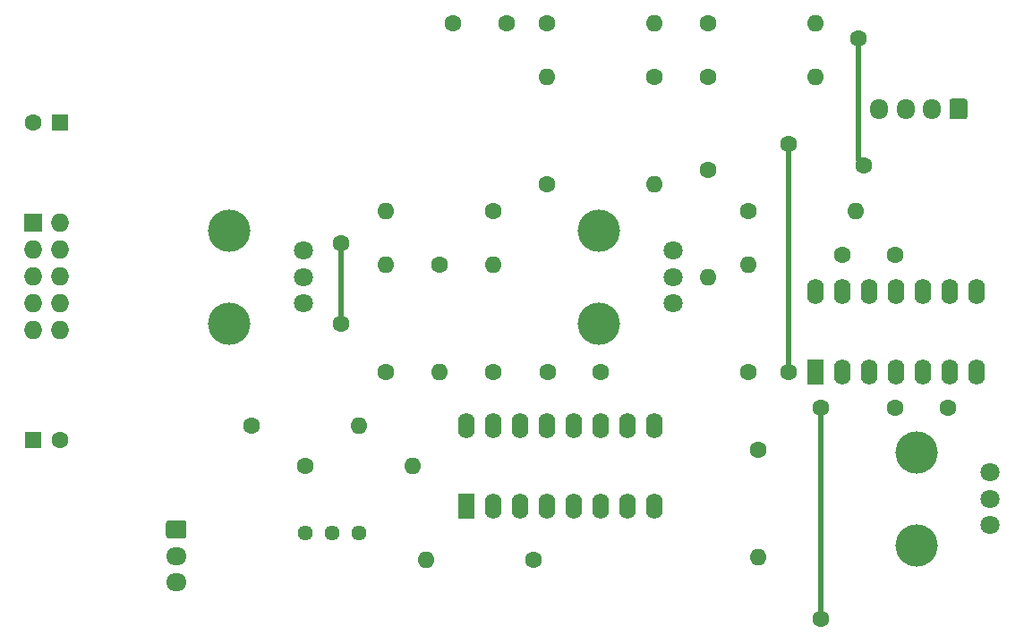
<source format=gbr>
%TF.GenerationSoftware,KiCad,Pcbnew,(5.1.7)-1*%
%TF.CreationDate,2020-11-22T12:34:15-07:00*%
%TF.ProjectId,cem3340_board_mount,63656d33-3334-4305-9f62-6f6172645f6d,rev?*%
%TF.SameCoordinates,Original*%
%TF.FileFunction,Copper,L1,Top*%
%TF.FilePolarity,Positive*%
%FSLAX46Y46*%
G04 Gerber Fmt 4.6, Leading zero omitted, Abs format (unit mm)*
G04 Created by KiCad (PCBNEW (5.1.7)-1) date 2020-11-22 12:34:15*
%MOMM*%
%LPD*%
G01*
G04 APERTURE LIST*
%TA.AperFunction,ComponentPad*%
%ADD10O,1.950000X1.700000*%
%TD*%
%TA.AperFunction,WasherPad*%
%ADD11C,4.000000*%
%TD*%
%TA.AperFunction,ComponentPad*%
%ADD12C,1.800000*%
%TD*%
%TA.AperFunction,ComponentPad*%
%ADD13O,1.600000X1.600000*%
%TD*%
%TA.AperFunction,ComponentPad*%
%ADD14C,1.600000*%
%TD*%
%TA.AperFunction,ComponentPad*%
%ADD15O,1.700000X1.950000*%
%TD*%
%TA.AperFunction,ComponentPad*%
%ADD16O,1.600000X2.400000*%
%TD*%
%TA.AperFunction,ComponentPad*%
%ADD17R,1.600000X2.400000*%
%TD*%
%TA.AperFunction,ComponentPad*%
%ADD18O,1.727200X1.727200*%
%TD*%
%TA.AperFunction,ComponentPad*%
%ADD19R,1.727200X1.727200*%
%TD*%
%TA.AperFunction,ComponentPad*%
%ADD20C,1.440000*%
%TD*%
%TA.AperFunction,ComponentPad*%
%ADD21R,1.600000X1.600000*%
%TD*%
%TA.AperFunction,ViaPad*%
%ADD22C,1.600000*%
%TD*%
%TA.AperFunction,Conductor*%
%ADD23C,0.500000*%
%TD*%
G04 APERTURE END LIST*
D10*
%TO.P,J1,3*%
%TO.N,GND*%
X125000000Y-114000000D03*
%TO.P,J1,2*%
%TO.N,PWM_IN*%
X125000000Y-111500000D03*
%TO.P,J1,1*%
%TO.N,CV_IN*%
%TA.AperFunction,ComponentPad*%
G36*
G01*
X124275000Y-108150000D02*
X125725000Y-108150000D01*
G75*
G02*
X125975000Y-108400000I0J-250000D01*
G01*
X125975000Y-109600000D01*
G75*
G02*
X125725000Y-109850000I-250000J0D01*
G01*
X124275000Y-109850000D01*
G75*
G02*
X124025000Y-109600000I0J250000D01*
G01*
X124025000Y-108400000D01*
G75*
G02*
X124275000Y-108150000I250000J0D01*
G01*
G37*
%TD.AperFunction*%
%TD*%
D11*
%TO.P,PWM_CV1,*%
%TO.N,*%
X195000000Y-110500000D03*
X195000000Y-101700000D03*
D12*
%TO.P,PWM_CV1,1*%
%TO.N,PWM_IN*%
X202000000Y-108600000D03*
%TO.P,PWM_CV1,2*%
%TO.N,Net-(PWM_CV1-Pad2)*%
X202000000Y-106100000D03*
%TO.P,PWM_CV1,3*%
%TO.N,GND*%
X202000000Y-103600000D03*
%TD*%
D13*
%TO.P,R7,2*%
%TO.N,GND*%
X155020000Y-83940000D03*
D14*
%TO.P,R7,1*%
%TO.N,Net-(R11-Pad2)*%
X155020000Y-94100000D03*
%TD*%
D13*
%TO.P,R11,2*%
%TO.N,Net-(R11-Pad2)*%
X149940000Y-94100000D03*
D14*
%TO.P,R11,1*%
%TO.N,+12V*%
X149940000Y-83940000D03*
%TD*%
D13*
%TO.P,R13,2*%
%TO.N,Net-(Pulse_Width1-Pad3)*%
X170260000Y-76320000D03*
D14*
%TO.P,R13,1*%
%TO.N,GND*%
X170260000Y-66160000D03*
%TD*%
%TO.P,C1,2*%
%TO.N,+12V*%
X193000000Y-97500000D03*
%TO.P,C1,1*%
%TO.N,GND*%
X198000000Y-97500000D03*
%TD*%
D11*
%TO.P,Coarse_Tune1,*%
%TO.N,*%
X130000000Y-89500000D03*
X130000000Y-80700000D03*
D12*
%TO.P,Coarse_Tune1,1*%
%TO.N,+12V*%
X137000000Y-87600000D03*
%TO.P,Coarse_Tune1,2*%
%TO.N,Net-(Coarse_Tune1-Pad2)*%
X137000000Y-85100000D03*
%TO.P,Coarse_Tune1,3*%
%TO.N,Net-(Coarse_Tune1-Pad3)*%
X137000000Y-82600000D03*
%TD*%
D11*
%TO.P,Pulse_Width1,*%
%TO.N,*%
X165000000Y-89500000D03*
X165000000Y-80700000D03*
D12*
%TO.P,Pulse_Width1,1*%
%TO.N,Net-(Pulse_Width1-Pad1)*%
X172000000Y-87600000D03*
%TO.P,Pulse_Width1,2*%
%TO.N,Net-(Pulse_Width1-Pad2)*%
X172000000Y-85100000D03*
%TO.P,Pulse_Width1,3*%
%TO.N,Net-(Pulse_Width1-Pad3)*%
X172000000Y-82600000D03*
%TD*%
D13*
%TO.P,R15,2*%
%TO.N,+12V*%
X144860000Y-78860000D03*
D14*
%TO.P,R15,1*%
%TO.N,Net-(Pulse_Width1-Pad1)*%
X155020000Y-78860000D03*
%TD*%
D13*
%TO.P,R16,2*%
%TO.N,Net-(R16-Pad2)*%
X189310000Y-78860000D03*
D14*
%TO.P,R16,1*%
%TO.N,Net-(R16-Pad1)*%
X179150000Y-78860000D03*
%TD*%
D13*
%TO.P,R5,2*%
%TO.N,Net-(R16-Pad1)*%
X179150000Y-83940000D03*
D14*
%TO.P,R5,1*%
%TO.N,PWM*%
X179150000Y-94100000D03*
%TD*%
%TO.P,J2,1*%
%TO.N,SQUARE_OUT*%
%TA.AperFunction,ComponentPad*%
G36*
G01*
X199830000Y-68475000D02*
X199830000Y-69925000D01*
G75*
G02*
X199580000Y-70175000I-250000J0D01*
G01*
X198380000Y-70175000D01*
G75*
G02*
X198130000Y-69925000I0J250000D01*
G01*
X198130000Y-68475000D01*
G75*
G02*
X198380000Y-68225000I250000J0D01*
G01*
X199580000Y-68225000D01*
G75*
G02*
X199830000Y-68475000I0J-250000D01*
G01*
G37*
%TD.AperFunction*%
D15*
%TO.P,J2,2*%
%TO.N,TRI_OUT*%
X196480000Y-69200000D03*
%TO.P,J2,3*%
%TO.N,SAW_OUT*%
X193980000Y-69200000D03*
%TO.P,J2,4*%
%TO.N,GND*%
X191480000Y-69200000D03*
%TD*%
D16*
%TO.P,U1,14*%
%TO.N,Net-(R16-Pad1)*%
X185500000Y-86480000D03*
%TO.P,U1,7*%
%TO.N,SQUARE_OUT*%
X200740000Y-94100000D03*
%TO.P,U1,13*%
%TO.N,Net-(R16-Pad2)*%
X188040000Y-86480000D03*
%TO.P,U1,6*%
%TO.N,SQUARE_OUT*%
X198200000Y-94100000D03*
%TO.P,U1,12*%
%TO.N,Net-(R1-Pad1)*%
X190580000Y-86480000D03*
%TO.P,U1,5*%
%TO.N,SQUARE*%
X195660000Y-94100000D03*
%TO.P,U1,11*%
%TO.N,-12V*%
X193120000Y-86480000D03*
%TO.P,U1,4*%
%TO.N,+12V*%
X193120000Y-94100000D03*
%TO.P,U1,10*%
%TO.N,TRI*%
X195660000Y-86480000D03*
%TO.P,U1,3*%
%TO.N,SAW*%
X190580000Y-94100000D03*
%TO.P,U1,9*%
%TO.N,TRI_OUT*%
X198200000Y-86480000D03*
%TO.P,U1,2*%
%TO.N,SAW_OUT*%
X188040000Y-94100000D03*
%TO.P,U1,8*%
%TO.N,TRI_OUT*%
X200740000Y-86480000D03*
D17*
%TO.P,U1,1*%
%TO.N,SAW_OUT*%
X185500000Y-94100000D03*
%TD*%
D16*
%TO.P,U2,16*%
%TO.N,+12V*%
X152480000Y-99180000D03*
%TO.P,U2,8*%
%TO.N,SAW*%
X170260000Y-106800000D03*
%TO.P,U2,15*%
%TO.N,CV*%
X155020000Y-99180000D03*
%TO.P,U2,7*%
%TO.N,Net-(U2-Pad7)*%
X167720000Y-106800000D03*
%TO.P,U2,14*%
%TO.N,Net-(R10-Pad1)*%
X157560000Y-99180000D03*
%TO.P,U2,6*%
%TO.N,Net-(U2-Pad6)*%
X165180000Y-106800000D03*
%TO.P,U2,13*%
%TO.N,Net-(R11-Pad2)*%
X160100000Y-99180000D03*
%TO.P,U2,5*%
%TO.N,PWM*%
X162640000Y-106800000D03*
%TO.P,U2,12*%
%TO.N,GND*%
X162640000Y-99180000D03*
%TO.P,U2,4*%
%TO.N,SQUARE*%
X160100000Y-106800000D03*
%TO.P,U2,11*%
%TO.N,Net-(C6-Pad1)*%
X165180000Y-99180000D03*
%TO.P,U2,3*%
%TO.N,Net-(CAL1-Pad2)*%
X157560000Y-106800000D03*
%TO.P,U2,10*%
%TO.N,TRI*%
X167720000Y-99180000D03*
%TO.P,U2,2*%
%TO.N,Net-(R9-Pad2)*%
X155020000Y-106800000D03*
%TO.P,U2,9*%
%TO.N,Net-(U2-Pad9)*%
X170260000Y-99180000D03*
D17*
%TO.P,U2,1*%
%TO.N,Net-(R8-Pad2)*%
X152480000Y-106800000D03*
%TD*%
D13*
%TO.P,R14,2*%
%TO.N,GND*%
X180000000Y-111660000D03*
D14*
%TO.P,R14,1*%
%TO.N,SQUARE*%
X180000000Y-101500000D03*
%TD*%
D13*
%TO.P,R12,2*%
%TO.N,Net-(CAL1-Pad2)*%
X142320000Y-99180000D03*
D14*
%TO.P,R12,1*%
%TO.N,-12V*%
X132160000Y-99180000D03*
%TD*%
%TO.P,R10,1*%
%TO.N,Net-(R10-Pad1)*%
X160100000Y-76320000D03*
D13*
%TO.P,R10,2*%
%TO.N,GND*%
X160100000Y-66160000D03*
%TD*%
%TO.P,R9,2*%
%TO.N,Net-(R9-Pad2)*%
X148670000Y-111880000D03*
D14*
%TO.P,R9,1*%
%TO.N,Net-(CAL1-Pad2)*%
X158830000Y-111880000D03*
%TD*%
D13*
%TO.P,R8,2*%
%TO.N,Net-(R8-Pad2)*%
X147400000Y-102990000D03*
D14*
%TO.P,R8,1*%
%TO.N,Net-(CAL1-Pad1)*%
X137240000Y-102990000D03*
%TD*%
D13*
%TO.P,R6,2*%
%TO.N,Net-(Pulse_Width1-Pad2)*%
X175340000Y-85160000D03*
D14*
%TO.P,R6,1*%
%TO.N,Net-(R1-Pad1)*%
X175340000Y-75000000D03*
%TD*%
D13*
%TO.P,R4,2*%
%TO.N,CV*%
X170260000Y-61080000D03*
D14*
%TO.P,R4,1*%
%TO.N,Net-(C3-Pad2)*%
X160100000Y-61080000D03*
%TD*%
D13*
%TO.P,R3,2*%
%TO.N,Net-(Coarse_Tune1-Pad2)*%
X144860000Y-83940000D03*
D14*
%TO.P,R3,1*%
%TO.N,CV*%
X144860000Y-94100000D03*
%TD*%
D13*
%TO.P,R2,2*%
%TO.N,CV_IN*%
X185500000Y-61080000D03*
D14*
%TO.P,R2,1*%
%TO.N,CV*%
X175340000Y-61080000D03*
%TD*%
D13*
%TO.P,R1,2*%
%TO.N,Net-(PWM_CV1-Pad2)*%
X185500000Y-66160000D03*
D14*
%TO.P,R1,1*%
%TO.N,Net-(R1-Pad1)*%
X175340000Y-66160000D03*
%TD*%
D18*
%TO.P,J3,10*%
%TO.N,+12V*%
X114040000Y-90160000D03*
%TO.P,J3,9*%
X111500000Y-90160000D03*
%TO.P,J3,8*%
%TO.N,GND*%
X114040000Y-87620000D03*
%TO.P,J3,7*%
X111500000Y-87620000D03*
%TO.P,J3,6*%
X114040000Y-85080000D03*
%TO.P,J3,5*%
X111500000Y-85080000D03*
%TO.P,J3,4*%
X114040000Y-82540000D03*
%TO.P,J3,3*%
X111500000Y-82540000D03*
%TO.P,J3,2*%
%TO.N,-12V*%
X114040000Y-80000000D03*
D19*
%TO.P,J3,1*%
X111500000Y-80000000D03*
%TD*%
D20*
%TO.P,CAL1,3*%
%TO.N,Net-(CAL1-Pad2)*%
X142320000Y-109340000D03*
%TO.P,CAL1,2*%
X139780000Y-109340000D03*
%TO.P,CAL1,1*%
%TO.N,Net-(CAL1-Pad1)*%
X137240000Y-109340000D03*
%TD*%
D14*
%TO.P,C6,1*%
%TO.N,Net-(C6-Pad1)*%
X165180000Y-94100000D03*
%TO.P,C6,2*%
%TO.N,GND*%
X160180000Y-94100000D03*
%TD*%
%TO.P,C5,2*%
%TO.N,-12V*%
X111500000Y-70500000D03*
D21*
%TO.P,C5,1*%
%TO.N,GND*%
X114000000Y-70500000D03*
%TD*%
D14*
%TO.P,C4,2*%
%TO.N,GND*%
X114000000Y-100500000D03*
D21*
%TO.P,C4,1*%
%TO.N,+12V*%
X111500000Y-100500000D03*
%TD*%
D14*
%TO.P,C3,2*%
%TO.N,Net-(C3-Pad2)*%
X156210000Y-61080000D03*
%TO.P,C3,1*%
%TO.N,GND*%
X151210000Y-61080000D03*
%TD*%
%TO.P,C2,2*%
%TO.N,-12V*%
X193000000Y-83000000D03*
%TO.P,C2,1*%
%TO.N,GND*%
X188000000Y-83000000D03*
%TD*%
D22*
%TO.N,+12V*%
X186000000Y-97500000D03*
X186000000Y-117500000D03*
%TO.N,-12V*%
X190000000Y-74500000D03*
X189500000Y-62500000D03*
%TO.N,CV_IN*%
X140560000Y-89520000D03*
X140560000Y-81900000D03*
%TO.N,SAW_OUT*%
X182960000Y-94100000D03*
X182960000Y-72510000D03*
%TD*%
D23*
%TO.N,+12V*%
X186000000Y-97500000D02*
X186000000Y-117500000D01*
%TO.N,-12V*%
X189500000Y-74000000D02*
X189500000Y-62500000D01*
X190000000Y-74500000D02*
X189500000Y-74000000D01*
%TO.N,CV_IN*%
X140560000Y-89520000D02*
X140560000Y-81900000D01*
%TO.N,SAW_OUT*%
X182960000Y-94100000D02*
X182960000Y-72510000D01*
%TD*%
M02*

</source>
